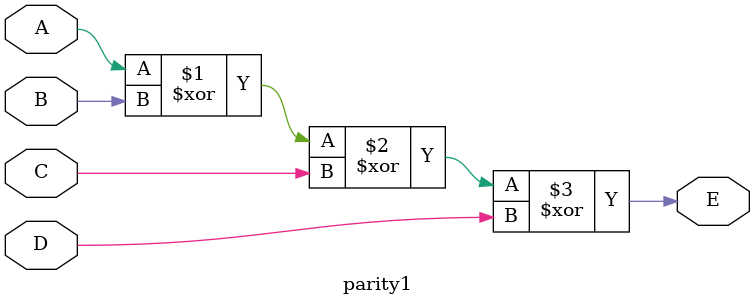
<source format=v>
`timescale 1ns / 1ps


module parity1(output E, input A, B, C, D);
    assign E=A^B^C^D;
endmodule
</source>
